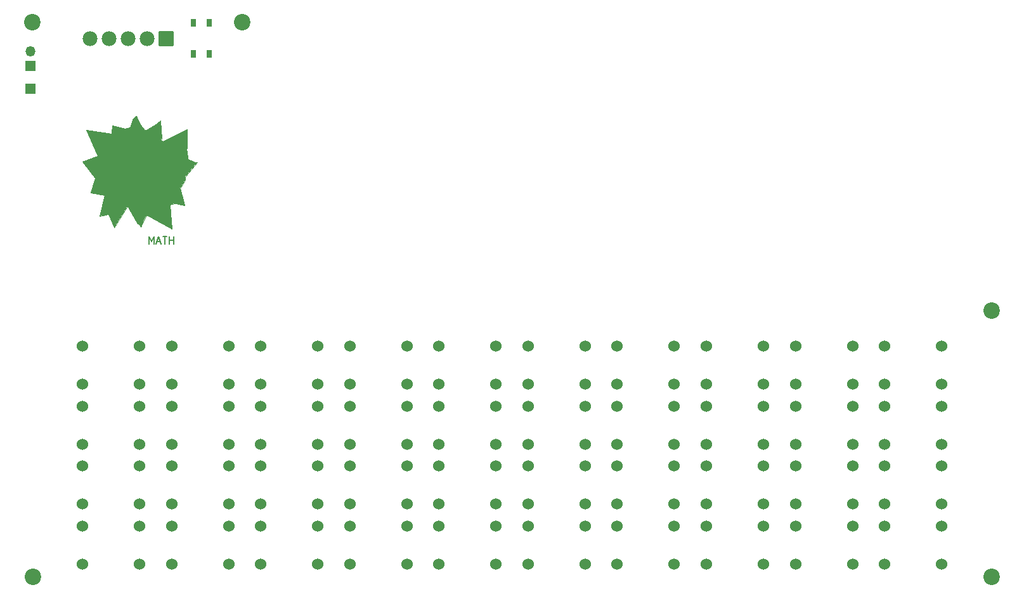
<source format=gbr>
%TF.GenerationSoftware,KiCad,Pcbnew,(6.0.4)*%
%TF.CreationDate,2022-10-14T21:38:42-05:00*%
%TF.ProjectId,Calculator_PCB _V2,43616c63-756c-4617-946f-725f50434220,rev?*%
%TF.SameCoordinates,Original*%
%TF.FileFunction,Soldermask,Top*%
%TF.FilePolarity,Negative*%
%FSLAX46Y46*%
G04 Gerber Fmt 4.6, Leading zero omitted, Abs format (unit mm)*
G04 Created by KiCad (PCBNEW (6.0.4)) date 2022-10-14 21:38:42*
%MOMM*%
%LPD*%
G01*
G04 APERTURE LIST*
G04 Aperture macros list*
%AMRoundRect*
0 Rectangle with rounded corners*
0 $1 Rounding radius*
0 $2 $3 $4 $5 $6 $7 $8 $9 X,Y pos of 4 corners*
0 Add a 4 corners polygon primitive as box body*
4,1,4,$2,$3,$4,$5,$6,$7,$8,$9,$2,$3,0*
0 Add four circle primitives for the rounded corners*
1,1,$1+$1,$2,$3*
1,1,$1+$1,$4,$5*
1,1,$1+$1,$6,$7*
1,1,$1+$1,$8,$9*
0 Add four rect primitives between the rounded corners*
20,1,$1+$1,$2,$3,$4,$5,0*
20,1,$1+$1,$4,$5,$6,$7,0*
20,1,$1+$1,$6,$7,$8,$9,0*
20,1,$1+$1,$8,$9,$2,$3,0*%
G04 Aperture macros list end*
%ADD10C,0.100000*%
%ADD11C,0.150000*%
%ADD12C,1.524000*%
%ADD13C,2.200000*%
%ADD14R,0.650000X1.050000*%
%ADD15R,1.350000X1.350000*%
%ADD16O,1.350000X1.350000*%
%ADD17RoundRect,0.101600X0.889000X-0.889000X0.889000X0.889000X-0.889000X0.889000X-0.889000X-0.889000X0*%
%ADD18C,1.981200*%
G04 APERTURE END LIST*
D10*
G36*
X93950000Y-79800000D02*
G01*
X94540000Y-80520000D01*
X94840000Y-80530000D01*
X96060000Y-79810000D01*
X96540000Y-79430000D01*
X96680000Y-79290000D01*
X96710000Y-79310000D01*
X96730000Y-79380000D01*
X96830000Y-81630000D01*
X96810000Y-81920000D01*
X97072153Y-82075627D01*
X100272153Y-80495627D01*
X100240000Y-80730000D01*
X100260000Y-82940000D01*
X100200000Y-83140000D01*
X100040000Y-83280000D01*
X100210000Y-83360000D01*
X100310000Y-84420000D01*
X101330000Y-84880000D01*
X101620000Y-84870000D01*
X100037641Y-86842314D01*
X99980000Y-87280000D01*
X99340000Y-88380000D01*
X99910000Y-90520000D01*
X99920000Y-90650000D01*
X98750000Y-90380000D01*
X98517855Y-90403150D01*
X97977855Y-90543150D01*
X98180000Y-93800000D01*
X94820000Y-91930000D01*
X94050000Y-93510000D01*
X93890000Y-93160000D01*
X93670000Y-93110000D01*
X92270000Y-90760000D01*
X90540000Y-93630000D01*
X89720000Y-91850000D01*
X88580000Y-92110000D01*
X89270000Y-89280000D01*
X87390000Y-88920000D01*
X87970000Y-87010000D01*
X86260000Y-84800000D01*
X88300000Y-84030000D01*
X86750000Y-80600000D01*
X90210000Y-81090000D01*
X90300000Y-79960000D01*
X90940000Y-80130000D01*
X91960000Y-80400000D01*
X92630000Y-80200000D01*
X93070000Y-79070000D01*
X93450000Y-78680000D01*
X93950000Y-79800000D01*
G37*
X93950000Y-79800000D02*
X94540000Y-80520000D01*
X94840000Y-80530000D01*
X96060000Y-79810000D01*
X96540000Y-79430000D01*
X96680000Y-79290000D01*
X96710000Y-79310000D01*
X96730000Y-79380000D01*
X96830000Y-81630000D01*
X96810000Y-81920000D01*
X97072153Y-82075627D01*
X100272153Y-80495627D01*
X100240000Y-80730000D01*
X100260000Y-82940000D01*
X100200000Y-83140000D01*
X100040000Y-83280000D01*
X100210000Y-83360000D01*
X100310000Y-84420000D01*
X101330000Y-84880000D01*
X101620000Y-84870000D01*
X100037641Y-86842314D01*
X99980000Y-87280000D01*
X99340000Y-88380000D01*
X99910000Y-90520000D01*
X99920000Y-90650000D01*
X98750000Y-90380000D01*
X98517855Y-90403150D01*
X97977855Y-90543150D01*
X98180000Y-93800000D01*
X94820000Y-91930000D01*
X94050000Y-93510000D01*
X93890000Y-93160000D01*
X93670000Y-93110000D01*
X92270000Y-90760000D01*
X90540000Y-93630000D01*
X89720000Y-91850000D01*
X88580000Y-92110000D01*
X89270000Y-89280000D01*
X87390000Y-88920000D01*
X87970000Y-87010000D01*
X86260000Y-84800000D01*
X88300000Y-84030000D01*
X86750000Y-80600000D01*
X90210000Y-81090000D01*
X90300000Y-79960000D01*
X90940000Y-80130000D01*
X91960000Y-80400000D01*
X92630000Y-80200000D01*
X93070000Y-79070000D01*
X93450000Y-78680000D01*
X93950000Y-79800000D01*
D11*
X95143333Y-95782380D02*
X95143333Y-94782380D01*
X95476666Y-95496666D01*
X95810000Y-94782380D01*
X95810000Y-95782380D01*
X96238571Y-95496666D02*
X96714761Y-95496666D01*
X96143333Y-95782380D02*
X96476666Y-94782380D01*
X96810000Y-95782380D01*
X97000476Y-94782380D02*
X97571904Y-94782380D01*
X97286190Y-95782380D02*
X97286190Y-94782380D01*
X97905238Y-95782380D02*
X97905238Y-94782380D01*
X97905238Y-95258571D02*
X98476666Y-95258571D01*
X98476666Y-95782380D02*
X98476666Y-94782380D01*
D12*
%TO.C,SW12*%
X110090000Y-138540000D03*
X117710000Y-138540000D03*
X117710000Y-133460000D03*
X110090000Y-133460000D03*
%TD*%
D13*
%TO.C,REF\u002A\u002A*%
X79650000Y-140210000D03*
%TD*%
D12*
%TO.C,SW39*%
X201010000Y-130540000D03*
X193390000Y-130540000D03*
X201010000Y-125460000D03*
X193390000Y-125460000D03*
%TD*%
%TO.C,SW2*%
X93910000Y-122540000D03*
X86290000Y-122540000D03*
X86290000Y-117460000D03*
X93910000Y-117460000D03*
%TD*%
%TO.C,SW30*%
X177210000Y-122540000D03*
X169590000Y-122540000D03*
X169590000Y-117460000D03*
X177210000Y-117460000D03*
%TD*%
%TO.C,SW1*%
X93910000Y-114540000D03*
X86290000Y-114540000D03*
X86290000Y-109460000D03*
X93910000Y-109460000D03*
%TD*%
D13*
%TO.C,REF\u002A\u002A*%
X207650000Y-140210000D03*
%TD*%
D12*
%TO.C,SW4*%
X86290000Y-138540000D03*
X93910000Y-138540000D03*
X86290000Y-133460000D03*
X93910000Y-133460000D03*
%TD*%
%TO.C,SW8*%
X105810000Y-138540000D03*
X98190000Y-138540000D03*
X98190000Y-133460000D03*
X105810000Y-133460000D03*
%TD*%
%TO.C,SW33*%
X189110000Y-114540000D03*
X181490000Y-114540000D03*
X181490000Y-109460000D03*
X189110000Y-109460000D03*
%TD*%
%TO.C,SW26*%
X157690000Y-122540000D03*
X165310000Y-122540000D03*
X165310000Y-117460000D03*
X157690000Y-117460000D03*
%TD*%
%TO.C,SW6*%
X105810000Y-122540000D03*
X98190000Y-122540000D03*
X105810000Y-117460000D03*
X98190000Y-117460000D03*
%TD*%
%TO.C,SW17*%
X141510000Y-114540000D03*
X133890000Y-114540000D03*
X133890000Y-109460000D03*
X141510000Y-109460000D03*
%TD*%
%TO.C,SW11*%
X117710000Y-130540000D03*
X110090000Y-130540000D03*
X117710000Y-125460000D03*
X110090000Y-125460000D03*
%TD*%
%TO.C,SW20*%
X133890000Y-138540000D03*
X141510000Y-138540000D03*
X141510000Y-133460000D03*
X133890000Y-133460000D03*
%TD*%
%TO.C,SW10*%
X117710000Y-122540000D03*
X110090000Y-122540000D03*
X117710000Y-117460000D03*
X110090000Y-117460000D03*
%TD*%
%TO.C,SW23*%
X145790000Y-130540000D03*
X153410000Y-130540000D03*
X153410000Y-125460000D03*
X145790000Y-125460000D03*
%TD*%
%TO.C,SW16*%
X129610000Y-138540000D03*
X121990000Y-138540000D03*
X121990000Y-133460000D03*
X129610000Y-133460000D03*
%TD*%
%TO.C,SW36*%
X189110000Y-138540000D03*
X181490000Y-138540000D03*
X189110000Y-133460000D03*
X181490000Y-133460000D03*
%TD*%
%TO.C,SW28*%
X165310000Y-138540000D03*
X157690000Y-138540000D03*
X157690000Y-133460000D03*
X165310000Y-133460000D03*
%TD*%
%TO.C,SW14*%
X121990000Y-122540000D03*
X129610000Y-122540000D03*
X121990000Y-117460000D03*
X129610000Y-117460000D03*
%TD*%
%TO.C,SW25*%
X157690000Y-114540000D03*
X165310000Y-114540000D03*
X157690000Y-109460000D03*
X165310000Y-109460000D03*
%TD*%
%TO.C,SW3*%
X86290000Y-130540000D03*
X93910000Y-130540000D03*
X93910000Y-125460000D03*
X86290000Y-125460000D03*
%TD*%
%TO.C,SW37*%
X201010000Y-114540000D03*
X193390000Y-114540000D03*
X193390000Y-109460000D03*
X201010000Y-109460000D03*
%TD*%
%TO.C,SW22*%
X153410000Y-122540000D03*
X145790000Y-122540000D03*
X145790000Y-117460000D03*
X153410000Y-117460000D03*
%TD*%
D13*
%TO.C,REF\u002A\u002A*%
X79629776Y-66210000D03*
%TD*%
D12*
%TO.C,SW34*%
X189110000Y-122540000D03*
X181490000Y-122540000D03*
X189110000Y-117460000D03*
X181490000Y-117460000D03*
%TD*%
%TO.C,SW31*%
X169590000Y-130540000D03*
X177210000Y-130540000D03*
X169590000Y-125460000D03*
X177210000Y-125460000D03*
%TD*%
%TO.C,SW21*%
X153410000Y-114540000D03*
X145790000Y-114540000D03*
X145790000Y-109460000D03*
X153410000Y-109460000D03*
%TD*%
%TO.C,SW38*%
X201010000Y-122540000D03*
X193390000Y-122540000D03*
X201010000Y-117460000D03*
X193390000Y-117460000D03*
%TD*%
%TO.C,SW32*%
X177210000Y-138540000D03*
X169590000Y-138540000D03*
X177210000Y-133460000D03*
X169590000Y-133460000D03*
%TD*%
D14*
%TO.C,S1*%
X101095000Y-70375000D03*
X101095000Y-66225000D03*
X103245000Y-70375000D03*
X103245000Y-66225000D03*
%TD*%
D12*
%TO.C,SW7*%
X105810000Y-130540000D03*
X98190000Y-130540000D03*
X98190000Y-125460000D03*
X105810000Y-125460000D03*
%TD*%
%TO.C,SW9*%
X117710000Y-114540000D03*
X110090000Y-114540000D03*
X117710000Y-109460000D03*
X110090000Y-109460000D03*
%TD*%
%TO.C,SW13*%
X121990000Y-114540000D03*
X129610000Y-114540000D03*
X129610000Y-109460000D03*
X121990000Y-109460000D03*
%TD*%
%TO.C,SW18*%
X133890000Y-122540000D03*
X141510000Y-122540000D03*
X141510000Y-117460000D03*
X133890000Y-117460000D03*
%TD*%
%TO.C,SW15*%
X129610000Y-130540000D03*
X121990000Y-130540000D03*
X129610000Y-125460000D03*
X121990000Y-125460000D03*
%TD*%
%TO.C,SW5*%
X105810000Y-114540000D03*
X98190000Y-114540000D03*
X98190000Y-109460000D03*
X105810000Y-109460000D03*
%TD*%
D13*
%TO.C,REF\u002A\u002A*%
X107650000Y-66210000D03*
%TD*%
D12*
%TO.C,SW35*%
X189110000Y-130540000D03*
X181490000Y-130540000D03*
X189110000Y-125460000D03*
X181490000Y-125460000D03*
%TD*%
%TO.C,SW27*%
X157690000Y-130540000D03*
X165310000Y-130540000D03*
X165310000Y-125460000D03*
X157690000Y-125460000D03*
%TD*%
D13*
%TO.C,REF\u002A\u002A*%
X207650000Y-104710000D03*
%TD*%
D12*
%TO.C,SW24*%
X153410000Y-138540000D03*
X145790000Y-138540000D03*
X153410000Y-133460000D03*
X145790000Y-133460000D03*
%TD*%
%TO.C,SW29*%
X169590000Y-114540000D03*
X177210000Y-114540000D03*
X177210000Y-109460000D03*
X169590000Y-109460000D03*
%TD*%
%TO.C,SW40*%
X201010000Y-138540000D03*
X193390000Y-138540000D03*
X201010000Y-133460000D03*
X193390000Y-133460000D03*
%TD*%
%TO.C,SW19*%
X141510000Y-130540000D03*
X133890000Y-130540000D03*
X133890000Y-125460000D03*
X141510000Y-125460000D03*
%TD*%
D15*
%TO.C,REF\u002A\u002A*%
X79300000Y-75050000D03*
%TD*%
%TO.C,REF\u002A\u002A*%
X79300000Y-72040000D03*
D16*
X79300000Y-70040000D03*
%TD*%
D17*
%TO.C,JP1*%
X97430000Y-68340000D03*
D18*
X94890000Y-68340000D03*
X92350000Y-68340000D03*
X89810000Y-68340000D03*
X87270000Y-68340000D03*
%TD*%
M02*

</source>
